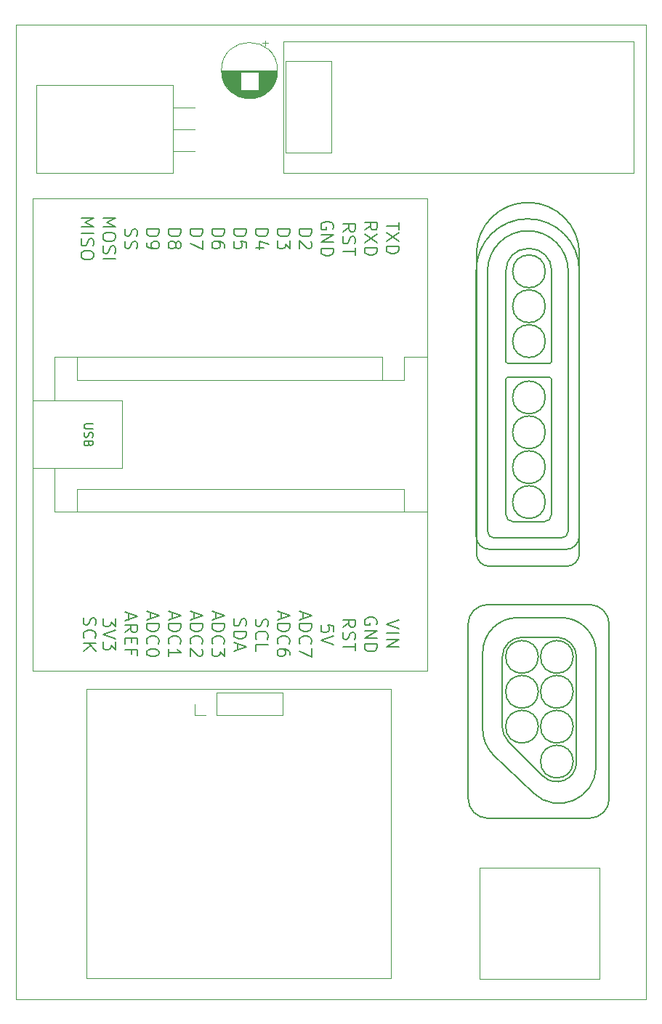
<source format=gbr>
%TF.GenerationSoftware,KiCad,Pcbnew,8.0.2*%
%TF.CreationDate,2024-05-14T18:44:45+02:00*%
%TF.ProjectId,5v radio,35762072-6164-4696-9f2e-6b696361645f,rev?*%
%TF.SameCoordinates,Original*%
%TF.FileFunction,Legend,Top*%
%TF.FilePolarity,Positive*%
%FSLAX46Y46*%
G04 Gerber Fmt 4.6, Leading zero omitted, Abs format (unit mm)*
G04 Created by KiCad (PCBNEW 8.0.2) date 2024-05-14 18:44:45*
%MOMM*%
%LPD*%
G01*
G04 APERTURE LIST*
%ADD10C,0.100000*%
%ADD11C,0.150000*%
%ADD12C,0.120000*%
%ADD13C,0.203200*%
%ADD14C,0.127000*%
G04 APERTURE END LIST*
D10*
X98806000Y-27178000D02*
X172212000Y-27178000D01*
X172212000Y-140716000D01*
X98806000Y-140716000D01*
X98806000Y-27178000D01*
D11*
X143423371Y-96563112D02*
X141923371Y-97063112D01*
X141923371Y-97063112D02*
X143423371Y-97563112D01*
X141923371Y-98063111D02*
X143423371Y-98063111D01*
X141923371Y-98777397D02*
X143423371Y-98777397D01*
X143423371Y-98777397D02*
X141923371Y-99634540D01*
X141923371Y-99634540D02*
X143423371Y-99634540D01*
X140811942Y-97063112D02*
X140883371Y-96920255D01*
X140883371Y-96920255D02*
X140883371Y-96705969D01*
X140883371Y-96705969D02*
X140811942Y-96491683D01*
X140811942Y-96491683D02*
X140669085Y-96348826D01*
X140669085Y-96348826D02*
X140526228Y-96277397D01*
X140526228Y-96277397D02*
X140240514Y-96205969D01*
X140240514Y-96205969D02*
X140026228Y-96205969D01*
X140026228Y-96205969D02*
X139740514Y-96277397D01*
X139740514Y-96277397D02*
X139597657Y-96348826D01*
X139597657Y-96348826D02*
X139454800Y-96491683D01*
X139454800Y-96491683D02*
X139383371Y-96705969D01*
X139383371Y-96705969D02*
X139383371Y-96848826D01*
X139383371Y-96848826D02*
X139454800Y-97063112D01*
X139454800Y-97063112D02*
X139526228Y-97134540D01*
X139526228Y-97134540D02*
X140026228Y-97134540D01*
X140026228Y-97134540D02*
X140026228Y-96848826D01*
X139383371Y-97777397D02*
X140883371Y-97777397D01*
X140883371Y-97777397D02*
X139383371Y-98634540D01*
X139383371Y-98634540D02*
X140883371Y-98634540D01*
X139383371Y-99348826D02*
X140883371Y-99348826D01*
X140883371Y-99348826D02*
X140883371Y-99705969D01*
X140883371Y-99705969D02*
X140811942Y-99920255D01*
X140811942Y-99920255D02*
X140669085Y-100063112D01*
X140669085Y-100063112D02*
X140526228Y-100134541D01*
X140526228Y-100134541D02*
X140240514Y-100205969D01*
X140240514Y-100205969D02*
X140026228Y-100205969D01*
X140026228Y-100205969D02*
X139740514Y-100134541D01*
X139740514Y-100134541D02*
X139597657Y-100063112D01*
X139597657Y-100063112D02*
X139454800Y-99920255D01*
X139454800Y-99920255D02*
X139383371Y-99705969D01*
X139383371Y-99705969D02*
X139383371Y-99348826D01*
X122031942Y-95634541D02*
X122031942Y-96348827D01*
X121603371Y-95491684D02*
X123103371Y-95991684D01*
X123103371Y-95991684D02*
X121603371Y-96491684D01*
X121603371Y-96991683D02*
X123103371Y-96991683D01*
X123103371Y-96991683D02*
X123103371Y-97348826D01*
X123103371Y-97348826D02*
X123031942Y-97563112D01*
X123031942Y-97563112D02*
X122889085Y-97705969D01*
X122889085Y-97705969D02*
X122746228Y-97777398D01*
X122746228Y-97777398D02*
X122460514Y-97848826D01*
X122460514Y-97848826D02*
X122246228Y-97848826D01*
X122246228Y-97848826D02*
X121960514Y-97777398D01*
X121960514Y-97777398D02*
X121817657Y-97705969D01*
X121817657Y-97705969D02*
X121674800Y-97563112D01*
X121674800Y-97563112D02*
X121603371Y-97348826D01*
X121603371Y-97348826D02*
X121603371Y-96991683D01*
X121746228Y-99348826D02*
X121674800Y-99277398D01*
X121674800Y-99277398D02*
X121603371Y-99063112D01*
X121603371Y-99063112D02*
X121603371Y-98920255D01*
X121603371Y-98920255D02*
X121674800Y-98705969D01*
X121674800Y-98705969D02*
X121817657Y-98563112D01*
X121817657Y-98563112D02*
X121960514Y-98491683D01*
X121960514Y-98491683D02*
X122246228Y-98420255D01*
X122246228Y-98420255D02*
X122460514Y-98420255D01*
X122460514Y-98420255D02*
X122746228Y-98491683D01*
X122746228Y-98491683D02*
X122889085Y-98563112D01*
X122889085Y-98563112D02*
X123031942Y-98705969D01*
X123031942Y-98705969D02*
X123103371Y-98920255D01*
X123103371Y-98920255D02*
X123103371Y-99063112D01*
X123103371Y-99063112D02*
X123031942Y-99277398D01*
X123031942Y-99277398D02*
X122960514Y-99348826D01*
X123103371Y-99848826D02*
X123103371Y-100777398D01*
X123103371Y-100777398D02*
X122531942Y-100277398D01*
X122531942Y-100277398D02*
X122531942Y-100491683D01*
X122531942Y-100491683D02*
X122460514Y-100634541D01*
X122460514Y-100634541D02*
X122389085Y-100705969D01*
X122389085Y-100705969D02*
X122246228Y-100777398D01*
X122246228Y-100777398D02*
X121889085Y-100777398D01*
X121889085Y-100777398D02*
X121746228Y-100705969D01*
X121746228Y-100705969D02*
X121674800Y-100634541D01*
X121674800Y-100634541D02*
X121603371Y-100491683D01*
X121603371Y-100491683D02*
X121603371Y-100063112D01*
X121603371Y-100063112D02*
X121674800Y-99920255D01*
X121674800Y-99920255D02*
X121746228Y-99848826D01*
X129223371Y-51001969D02*
X130723371Y-51001969D01*
X130723371Y-51001969D02*
X130723371Y-51359112D01*
X130723371Y-51359112D02*
X130651942Y-51573398D01*
X130651942Y-51573398D02*
X130509085Y-51716255D01*
X130509085Y-51716255D02*
X130366228Y-51787684D01*
X130366228Y-51787684D02*
X130080514Y-51859112D01*
X130080514Y-51859112D02*
X129866228Y-51859112D01*
X129866228Y-51859112D02*
X129580514Y-51787684D01*
X129580514Y-51787684D02*
X129437657Y-51716255D01*
X129437657Y-51716255D02*
X129294800Y-51573398D01*
X129294800Y-51573398D02*
X129223371Y-51359112D01*
X129223371Y-51359112D02*
X129223371Y-51001969D01*
X130723371Y-52359112D02*
X130723371Y-53287684D01*
X130723371Y-53287684D02*
X130151942Y-52787684D01*
X130151942Y-52787684D02*
X130151942Y-53001969D01*
X130151942Y-53001969D02*
X130080514Y-53144827D01*
X130080514Y-53144827D02*
X130009085Y-53216255D01*
X130009085Y-53216255D02*
X129866228Y-53287684D01*
X129866228Y-53287684D02*
X129509085Y-53287684D01*
X129509085Y-53287684D02*
X129366228Y-53216255D01*
X129366228Y-53216255D02*
X129294800Y-53144827D01*
X129294800Y-53144827D02*
X129223371Y-53001969D01*
X129223371Y-53001969D02*
X129223371Y-52573398D01*
X129223371Y-52573398D02*
X129294800Y-52430541D01*
X129294800Y-52430541D02*
X129366228Y-52359112D01*
X136843371Y-97384540D02*
X137557657Y-96884540D01*
X136843371Y-96527397D02*
X138343371Y-96527397D01*
X138343371Y-96527397D02*
X138343371Y-97098826D01*
X138343371Y-97098826D02*
X138271942Y-97241683D01*
X138271942Y-97241683D02*
X138200514Y-97313112D01*
X138200514Y-97313112D02*
X138057657Y-97384540D01*
X138057657Y-97384540D02*
X137843371Y-97384540D01*
X137843371Y-97384540D02*
X137700514Y-97313112D01*
X137700514Y-97313112D02*
X137629085Y-97241683D01*
X137629085Y-97241683D02*
X137557657Y-97098826D01*
X137557657Y-97098826D02*
X137557657Y-96527397D01*
X136914800Y-97955969D02*
X136843371Y-98170255D01*
X136843371Y-98170255D02*
X136843371Y-98527397D01*
X136843371Y-98527397D02*
X136914800Y-98670255D01*
X136914800Y-98670255D02*
X136986228Y-98741683D01*
X136986228Y-98741683D02*
X137129085Y-98813112D01*
X137129085Y-98813112D02*
X137271942Y-98813112D01*
X137271942Y-98813112D02*
X137414800Y-98741683D01*
X137414800Y-98741683D02*
X137486228Y-98670255D01*
X137486228Y-98670255D02*
X137557657Y-98527397D01*
X137557657Y-98527397D02*
X137629085Y-98241683D01*
X137629085Y-98241683D02*
X137700514Y-98098826D01*
X137700514Y-98098826D02*
X137771942Y-98027397D01*
X137771942Y-98027397D02*
X137914800Y-97955969D01*
X137914800Y-97955969D02*
X138057657Y-97955969D01*
X138057657Y-97955969D02*
X138200514Y-98027397D01*
X138200514Y-98027397D02*
X138271942Y-98098826D01*
X138271942Y-98098826D02*
X138343371Y-98241683D01*
X138343371Y-98241683D02*
X138343371Y-98598826D01*
X138343371Y-98598826D02*
X138271942Y-98813112D01*
X138343371Y-99241683D02*
X138343371Y-100098826D01*
X136843371Y-99670254D02*
X138343371Y-99670254D01*
X114411942Y-95634541D02*
X114411942Y-96348827D01*
X113983371Y-95491684D02*
X115483371Y-95991684D01*
X115483371Y-95991684D02*
X113983371Y-96491684D01*
X113983371Y-96991683D02*
X115483371Y-96991683D01*
X115483371Y-96991683D02*
X115483371Y-97348826D01*
X115483371Y-97348826D02*
X115411942Y-97563112D01*
X115411942Y-97563112D02*
X115269085Y-97705969D01*
X115269085Y-97705969D02*
X115126228Y-97777398D01*
X115126228Y-97777398D02*
X114840514Y-97848826D01*
X114840514Y-97848826D02*
X114626228Y-97848826D01*
X114626228Y-97848826D02*
X114340514Y-97777398D01*
X114340514Y-97777398D02*
X114197657Y-97705969D01*
X114197657Y-97705969D02*
X114054800Y-97563112D01*
X114054800Y-97563112D02*
X113983371Y-97348826D01*
X113983371Y-97348826D02*
X113983371Y-96991683D01*
X114126228Y-99348826D02*
X114054800Y-99277398D01*
X114054800Y-99277398D02*
X113983371Y-99063112D01*
X113983371Y-99063112D02*
X113983371Y-98920255D01*
X113983371Y-98920255D02*
X114054800Y-98705969D01*
X114054800Y-98705969D02*
X114197657Y-98563112D01*
X114197657Y-98563112D02*
X114340514Y-98491683D01*
X114340514Y-98491683D02*
X114626228Y-98420255D01*
X114626228Y-98420255D02*
X114840514Y-98420255D01*
X114840514Y-98420255D02*
X115126228Y-98491683D01*
X115126228Y-98491683D02*
X115269085Y-98563112D01*
X115269085Y-98563112D02*
X115411942Y-98705969D01*
X115411942Y-98705969D02*
X115483371Y-98920255D01*
X115483371Y-98920255D02*
X115483371Y-99063112D01*
X115483371Y-99063112D02*
X115411942Y-99277398D01*
X115411942Y-99277398D02*
X115340514Y-99348826D01*
X115483371Y-100277398D02*
X115483371Y-100420255D01*
X115483371Y-100420255D02*
X115411942Y-100563112D01*
X115411942Y-100563112D02*
X115340514Y-100634541D01*
X115340514Y-100634541D02*
X115197657Y-100705969D01*
X115197657Y-100705969D02*
X114911942Y-100777398D01*
X114911942Y-100777398D02*
X114554800Y-100777398D01*
X114554800Y-100777398D02*
X114269085Y-100705969D01*
X114269085Y-100705969D02*
X114126228Y-100634541D01*
X114126228Y-100634541D02*
X114054800Y-100563112D01*
X114054800Y-100563112D02*
X113983371Y-100420255D01*
X113983371Y-100420255D02*
X113983371Y-100277398D01*
X113983371Y-100277398D02*
X114054800Y-100134541D01*
X114054800Y-100134541D02*
X114126228Y-100063112D01*
X114126228Y-100063112D02*
X114269085Y-99991683D01*
X114269085Y-99991683D02*
X114554800Y-99920255D01*
X114554800Y-99920255D02*
X114911942Y-99920255D01*
X114911942Y-99920255D02*
X115197657Y-99991683D01*
X115197657Y-99991683D02*
X115340514Y-100063112D01*
X115340514Y-100063112D02*
X115411942Y-100134541D01*
X115411942Y-100134541D02*
X115483371Y-100277398D01*
X143423371Y-50216255D02*
X143423371Y-51073398D01*
X141923371Y-50644826D02*
X143423371Y-50644826D01*
X143423371Y-51430540D02*
X141923371Y-52430540D01*
X143423371Y-52430540D02*
X141923371Y-51430540D01*
X141923371Y-53001968D02*
X143423371Y-53001968D01*
X143423371Y-53001968D02*
X143423371Y-53359111D01*
X143423371Y-53359111D02*
X143351942Y-53573397D01*
X143351942Y-53573397D02*
X143209085Y-53716254D01*
X143209085Y-53716254D02*
X143066228Y-53787683D01*
X143066228Y-53787683D02*
X142780514Y-53859111D01*
X142780514Y-53859111D02*
X142566228Y-53859111D01*
X142566228Y-53859111D02*
X142280514Y-53787683D01*
X142280514Y-53787683D02*
X142137657Y-53716254D01*
X142137657Y-53716254D02*
X141994800Y-53573397D01*
X141994800Y-53573397D02*
X141923371Y-53359111D01*
X141923371Y-53359111D02*
X141923371Y-53001968D01*
X106688800Y-96277398D02*
X106617371Y-96491684D01*
X106617371Y-96491684D02*
X106617371Y-96848826D01*
X106617371Y-96848826D02*
X106688800Y-96991684D01*
X106688800Y-96991684D02*
X106760228Y-97063112D01*
X106760228Y-97063112D02*
X106903085Y-97134541D01*
X106903085Y-97134541D02*
X107045942Y-97134541D01*
X107045942Y-97134541D02*
X107188800Y-97063112D01*
X107188800Y-97063112D02*
X107260228Y-96991684D01*
X107260228Y-96991684D02*
X107331657Y-96848826D01*
X107331657Y-96848826D02*
X107403085Y-96563112D01*
X107403085Y-96563112D02*
X107474514Y-96420255D01*
X107474514Y-96420255D02*
X107545942Y-96348826D01*
X107545942Y-96348826D02*
X107688800Y-96277398D01*
X107688800Y-96277398D02*
X107831657Y-96277398D01*
X107831657Y-96277398D02*
X107974514Y-96348826D01*
X107974514Y-96348826D02*
X108045942Y-96420255D01*
X108045942Y-96420255D02*
X108117371Y-96563112D01*
X108117371Y-96563112D02*
X108117371Y-96920255D01*
X108117371Y-96920255D02*
X108045942Y-97134541D01*
X106760228Y-98634540D02*
X106688800Y-98563112D01*
X106688800Y-98563112D02*
X106617371Y-98348826D01*
X106617371Y-98348826D02*
X106617371Y-98205969D01*
X106617371Y-98205969D02*
X106688800Y-97991683D01*
X106688800Y-97991683D02*
X106831657Y-97848826D01*
X106831657Y-97848826D02*
X106974514Y-97777397D01*
X106974514Y-97777397D02*
X107260228Y-97705969D01*
X107260228Y-97705969D02*
X107474514Y-97705969D01*
X107474514Y-97705969D02*
X107760228Y-97777397D01*
X107760228Y-97777397D02*
X107903085Y-97848826D01*
X107903085Y-97848826D02*
X108045942Y-97991683D01*
X108045942Y-97991683D02*
X108117371Y-98205969D01*
X108117371Y-98205969D02*
X108117371Y-98348826D01*
X108117371Y-98348826D02*
X108045942Y-98563112D01*
X108045942Y-98563112D02*
X107974514Y-98634540D01*
X106617371Y-99277397D02*
X108117371Y-99277397D01*
X106617371Y-100134540D02*
X107474514Y-99491683D01*
X108117371Y-100134540D02*
X107260228Y-99277397D01*
X126683371Y-51001969D02*
X128183371Y-51001969D01*
X128183371Y-51001969D02*
X128183371Y-51359112D01*
X128183371Y-51359112D02*
X128111942Y-51573398D01*
X128111942Y-51573398D02*
X127969085Y-51716255D01*
X127969085Y-51716255D02*
X127826228Y-51787684D01*
X127826228Y-51787684D02*
X127540514Y-51859112D01*
X127540514Y-51859112D02*
X127326228Y-51859112D01*
X127326228Y-51859112D02*
X127040514Y-51787684D01*
X127040514Y-51787684D02*
X126897657Y-51716255D01*
X126897657Y-51716255D02*
X126754800Y-51573398D01*
X126754800Y-51573398D02*
X126683371Y-51359112D01*
X126683371Y-51359112D02*
X126683371Y-51001969D01*
X127683371Y-53144827D02*
X126683371Y-53144827D01*
X128254800Y-52787684D02*
X127183371Y-52430541D01*
X127183371Y-52430541D02*
X127183371Y-53359112D01*
X126754800Y-96420255D02*
X126683371Y-96634541D01*
X126683371Y-96634541D02*
X126683371Y-96991683D01*
X126683371Y-96991683D02*
X126754800Y-97134541D01*
X126754800Y-97134541D02*
X126826228Y-97205969D01*
X126826228Y-97205969D02*
X126969085Y-97277398D01*
X126969085Y-97277398D02*
X127111942Y-97277398D01*
X127111942Y-97277398D02*
X127254800Y-97205969D01*
X127254800Y-97205969D02*
X127326228Y-97134541D01*
X127326228Y-97134541D02*
X127397657Y-96991683D01*
X127397657Y-96991683D02*
X127469085Y-96705969D01*
X127469085Y-96705969D02*
X127540514Y-96563112D01*
X127540514Y-96563112D02*
X127611942Y-96491683D01*
X127611942Y-96491683D02*
X127754800Y-96420255D01*
X127754800Y-96420255D02*
X127897657Y-96420255D01*
X127897657Y-96420255D02*
X128040514Y-96491683D01*
X128040514Y-96491683D02*
X128111942Y-96563112D01*
X128111942Y-96563112D02*
X128183371Y-96705969D01*
X128183371Y-96705969D02*
X128183371Y-97063112D01*
X128183371Y-97063112D02*
X128111942Y-97277398D01*
X126826228Y-98777397D02*
X126754800Y-98705969D01*
X126754800Y-98705969D02*
X126683371Y-98491683D01*
X126683371Y-98491683D02*
X126683371Y-98348826D01*
X126683371Y-98348826D02*
X126754800Y-98134540D01*
X126754800Y-98134540D02*
X126897657Y-97991683D01*
X126897657Y-97991683D02*
X127040514Y-97920254D01*
X127040514Y-97920254D02*
X127326228Y-97848826D01*
X127326228Y-97848826D02*
X127540514Y-97848826D01*
X127540514Y-97848826D02*
X127826228Y-97920254D01*
X127826228Y-97920254D02*
X127969085Y-97991683D01*
X127969085Y-97991683D02*
X128111942Y-98134540D01*
X128111942Y-98134540D02*
X128183371Y-98348826D01*
X128183371Y-98348826D02*
X128183371Y-98491683D01*
X128183371Y-98491683D02*
X128111942Y-98705969D01*
X128111942Y-98705969D02*
X128040514Y-98777397D01*
X126683371Y-100134540D02*
X126683371Y-99420254D01*
X126683371Y-99420254D02*
X128183371Y-99420254D01*
X124214800Y-96384541D02*
X124143371Y-96598827D01*
X124143371Y-96598827D02*
X124143371Y-96955969D01*
X124143371Y-96955969D02*
X124214800Y-97098827D01*
X124214800Y-97098827D02*
X124286228Y-97170255D01*
X124286228Y-97170255D02*
X124429085Y-97241684D01*
X124429085Y-97241684D02*
X124571942Y-97241684D01*
X124571942Y-97241684D02*
X124714800Y-97170255D01*
X124714800Y-97170255D02*
X124786228Y-97098827D01*
X124786228Y-97098827D02*
X124857657Y-96955969D01*
X124857657Y-96955969D02*
X124929085Y-96670255D01*
X124929085Y-96670255D02*
X125000514Y-96527398D01*
X125000514Y-96527398D02*
X125071942Y-96455969D01*
X125071942Y-96455969D02*
X125214800Y-96384541D01*
X125214800Y-96384541D02*
X125357657Y-96384541D01*
X125357657Y-96384541D02*
X125500514Y-96455969D01*
X125500514Y-96455969D02*
X125571942Y-96527398D01*
X125571942Y-96527398D02*
X125643371Y-96670255D01*
X125643371Y-96670255D02*
X125643371Y-97027398D01*
X125643371Y-97027398D02*
X125571942Y-97241684D01*
X124143371Y-97884540D02*
X125643371Y-97884540D01*
X125643371Y-97884540D02*
X125643371Y-98241683D01*
X125643371Y-98241683D02*
X125571942Y-98455969D01*
X125571942Y-98455969D02*
X125429085Y-98598826D01*
X125429085Y-98598826D02*
X125286228Y-98670255D01*
X125286228Y-98670255D02*
X125000514Y-98741683D01*
X125000514Y-98741683D02*
X124786228Y-98741683D01*
X124786228Y-98741683D02*
X124500514Y-98670255D01*
X124500514Y-98670255D02*
X124357657Y-98598826D01*
X124357657Y-98598826D02*
X124214800Y-98455969D01*
X124214800Y-98455969D02*
X124143371Y-98241683D01*
X124143371Y-98241683D02*
X124143371Y-97884540D01*
X124571942Y-99313112D02*
X124571942Y-100027398D01*
X124143371Y-99170255D02*
X125643371Y-99670255D01*
X125643371Y-99670255D02*
X124143371Y-100170255D01*
X135803371Y-97920255D02*
X135803371Y-97205969D01*
X135803371Y-97205969D02*
X135089085Y-97134541D01*
X135089085Y-97134541D02*
X135160514Y-97205969D01*
X135160514Y-97205969D02*
X135231942Y-97348827D01*
X135231942Y-97348827D02*
X135231942Y-97705969D01*
X135231942Y-97705969D02*
X135160514Y-97848827D01*
X135160514Y-97848827D02*
X135089085Y-97920255D01*
X135089085Y-97920255D02*
X134946228Y-97991684D01*
X134946228Y-97991684D02*
X134589085Y-97991684D01*
X134589085Y-97991684D02*
X134446228Y-97920255D01*
X134446228Y-97920255D02*
X134374800Y-97848827D01*
X134374800Y-97848827D02*
X134303371Y-97705969D01*
X134303371Y-97705969D02*
X134303371Y-97348827D01*
X134303371Y-97348827D02*
X134374800Y-97205969D01*
X134374800Y-97205969D02*
X134446228Y-97134541D01*
X135803371Y-98420255D02*
X134303371Y-98920255D01*
X134303371Y-98920255D02*
X135803371Y-99420255D01*
X135731942Y-50966255D02*
X135803371Y-50823398D01*
X135803371Y-50823398D02*
X135803371Y-50609112D01*
X135803371Y-50609112D02*
X135731942Y-50394826D01*
X135731942Y-50394826D02*
X135589085Y-50251969D01*
X135589085Y-50251969D02*
X135446228Y-50180540D01*
X135446228Y-50180540D02*
X135160514Y-50109112D01*
X135160514Y-50109112D02*
X134946228Y-50109112D01*
X134946228Y-50109112D02*
X134660514Y-50180540D01*
X134660514Y-50180540D02*
X134517657Y-50251969D01*
X134517657Y-50251969D02*
X134374800Y-50394826D01*
X134374800Y-50394826D02*
X134303371Y-50609112D01*
X134303371Y-50609112D02*
X134303371Y-50751969D01*
X134303371Y-50751969D02*
X134374800Y-50966255D01*
X134374800Y-50966255D02*
X134446228Y-51037683D01*
X134446228Y-51037683D02*
X134946228Y-51037683D01*
X134946228Y-51037683D02*
X134946228Y-50751969D01*
X134303371Y-51680540D02*
X135803371Y-51680540D01*
X135803371Y-51680540D02*
X134303371Y-52537683D01*
X134303371Y-52537683D02*
X135803371Y-52537683D01*
X134303371Y-53251969D02*
X135803371Y-53251969D01*
X135803371Y-53251969D02*
X135803371Y-53609112D01*
X135803371Y-53609112D02*
X135731942Y-53823398D01*
X135731942Y-53823398D02*
X135589085Y-53966255D01*
X135589085Y-53966255D02*
X135446228Y-54037684D01*
X135446228Y-54037684D02*
X135160514Y-54109112D01*
X135160514Y-54109112D02*
X134946228Y-54109112D01*
X134946228Y-54109112D02*
X134660514Y-54037684D01*
X134660514Y-54037684D02*
X134517657Y-53966255D01*
X134517657Y-53966255D02*
X134374800Y-53823398D01*
X134374800Y-53823398D02*
X134303371Y-53609112D01*
X134303371Y-53609112D02*
X134303371Y-53251969D01*
X116523371Y-51001969D02*
X118023371Y-51001969D01*
X118023371Y-51001969D02*
X118023371Y-51359112D01*
X118023371Y-51359112D02*
X117951942Y-51573398D01*
X117951942Y-51573398D02*
X117809085Y-51716255D01*
X117809085Y-51716255D02*
X117666228Y-51787684D01*
X117666228Y-51787684D02*
X117380514Y-51859112D01*
X117380514Y-51859112D02*
X117166228Y-51859112D01*
X117166228Y-51859112D02*
X116880514Y-51787684D01*
X116880514Y-51787684D02*
X116737657Y-51716255D01*
X116737657Y-51716255D02*
X116594800Y-51573398D01*
X116594800Y-51573398D02*
X116523371Y-51359112D01*
X116523371Y-51359112D02*
X116523371Y-51001969D01*
X117380514Y-52716255D02*
X117451942Y-52573398D01*
X117451942Y-52573398D02*
X117523371Y-52501969D01*
X117523371Y-52501969D02*
X117666228Y-52430541D01*
X117666228Y-52430541D02*
X117737657Y-52430541D01*
X117737657Y-52430541D02*
X117880514Y-52501969D01*
X117880514Y-52501969D02*
X117951942Y-52573398D01*
X117951942Y-52573398D02*
X118023371Y-52716255D01*
X118023371Y-52716255D02*
X118023371Y-53001969D01*
X118023371Y-53001969D02*
X117951942Y-53144827D01*
X117951942Y-53144827D02*
X117880514Y-53216255D01*
X117880514Y-53216255D02*
X117737657Y-53287684D01*
X117737657Y-53287684D02*
X117666228Y-53287684D01*
X117666228Y-53287684D02*
X117523371Y-53216255D01*
X117523371Y-53216255D02*
X117451942Y-53144827D01*
X117451942Y-53144827D02*
X117380514Y-53001969D01*
X117380514Y-53001969D02*
X117380514Y-52716255D01*
X117380514Y-52716255D02*
X117309085Y-52573398D01*
X117309085Y-52573398D02*
X117237657Y-52501969D01*
X117237657Y-52501969D02*
X117094800Y-52430541D01*
X117094800Y-52430541D02*
X116809085Y-52430541D01*
X116809085Y-52430541D02*
X116666228Y-52501969D01*
X116666228Y-52501969D02*
X116594800Y-52573398D01*
X116594800Y-52573398D02*
X116523371Y-52716255D01*
X116523371Y-52716255D02*
X116523371Y-53001969D01*
X116523371Y-53001969D02*
X116594800Y-53144827D01*
X116594800Y-53144827D02*
X116666228Y-53216255D01*
X116666228Y-53216255D02*
X116809085Y-53287684D01*
X116809085Y-53287684D02*
X117094800Y-53287684D01*
X117094800Y-53287684D02*
X117237657Y-53216255D01*
X117237657Y-53216255D02*
X117309085Y-53144827D01*
X117309085Y-53144827D02*
X117380514Y-53001969D01*
X110403371Y-96348826D02*
X110403371Y-97277398D01*
X110403371Y-97277398D02*
X109831942Y-96777398D01*
X109831942Y-96777398D02*
X109831942Y-96991683D01*
X109831942Y-96991683D02*
X109760514Y-97134541D01*
X109760514Y-97134541D02*
X109689085Y-97205969D01*
X109689085Y-97205969D02*
X109546228Y-97277398D01*
X109546228Y-97277398D02*
X109189085Y-97277398D01*
X109189085Y-97277398D02*
X109046228Y-97205969D01*
X109046228Y-97205969D02*
X108974800Y-97134541D01*
X108974800Y-97134541D02*
X108903371Y-96991683D01*
X108903371Y-96991683D02*
X108903371Y-96563112D01*
X108903371Y-96563112D02*
X108974800Y-96420255D01*
X108974800Y-96420255D02*
X109046228Y-96348826D01*
X110403371Y-97705969D02*
X108903371Y-98205969D01*
X108903371Y-98205969D02*
X110403371Y-98705969D01*
X110403371Y-99063111D02*
X110403371Y-99991683D01*
X110403371Y-99991683D02*
X109831942Y-99491683D01*
X109831942Y-99491683D02*
X109831942Y-99705968D01*
X109831942Y-99705968D02*
X109760514Y-99848826D01*
X109760514Y-99848826D02*
X109689085Y-99920254D01*
X109689085Y-99920254D02*
X109546228Y-99991683D01*
X109546228Y-99991683D02*
X109189085Y-99991683D01*
X109189085Y-99991683D02*
X109046228Y-99920254D01*
X109046228Y-99920254D02*
X108974800Y-99848826D01*
X108974800Y-99848826D02*
X108903371Y-99705968D01*
X108903371Y-99705968D02*
X108903371Y-99277397D01*
X108903371Y-99277397D02*
X108974800Y-99134540D01*
X108974800Y-99134540D02*
X109046228Y-99063111D01*
X129651942Y-95634541D02*
X129651942Y-96348827D01*
X129223371Y-95491684D02*
X130723371Y-95991684D01*
X130723371Y-95991684D02*
X129223371Y-96491684D01*
X129223371Y-96991683D02*
X130723371Y-96991683D01*
X130723371Y-96991683D02*
X130723371Y-97348826D01*
X130723371Y-97348826D02*
X130651942Y-97563112D01*
X130651942Y-97563112D02*
X130509085Y-97705969D01*
X130509085Y-97705969D02*
X130366228Y-97777398D01*
X130366228Y-97777398D02*
X130080514Y-97848826D01*
X130080514Y-97848826D02*
X129866228Y-97848826D01*
X129866228Y-97848826D02*
X129580514Y-97777398D01*
X129580514Y-97777398D02*
X129437657Y-97705969D01*
X129437657Y-97705969D02*
X129294800Y-97563112D01*
X129294800Y-97563112D02*
X129223371Y-97348826D01*
X129223371Y-97348826D02*
X129223371Y-96991683D01*
X129366228Y-99348826D02*
X129294800Y-99277398D01*
X129294800Y-99277398D02*
X129223371Y-99063112D01*
X129223371Y-99063112D02*
X129223371Y-98920255D01*
X129223371Y-98920255D02*
X129294800Y-98705969D01*
X129294800Y-98705969D02*
X129437657Y-98563112D01*
X129437657Y-98563112D02*
X129580514Y-98491683D01*
X129580514Y-98491683D02*
X129866228Y-98420255D01*
X129866228Y-98420255D02*
X130080514Y-98420255D01*
X130080514Y-98420255D02*
X130366228Y-98491683D01*
X130366228Y-98491683D02*
X130509085Y-98563112D01*
X130509085Y-98563112D02*
X130651942Y-98705969D01*
X130651942Y-98705969D02*
X130723371Y-98920255D01*
X130723371Y-98920255D02*
X130723371Y-99063112D01*
X130723371Y-99063112D02*
X130651942Y-99277398D01*
X130651942Y-99277398D02*
X130580514Y-99348826D01*
X130723371Y-100634541D02*
X130723371Y-100348826D01*
X130723371Y-100348826D02*
X130651942Y-100205969D01*
X130651942Y-100205969D02*
X130580514Y-100134541D01*
X130580514Y-100134541D02*
X130366228Y-99991683D01*
X130366228Y-99991683D02*
X130080514Y-99920255D01*
X130080514Y-99920255D02*
X129509085Y-99920255D01*
X129509085Y-99920255D02*
X129366228Y-99991683D01*
X129366228Y-99991683D02*
X129294800Y-100063112D01*
X129294800Y-100063112D02*
X129223371Y-100205969D01*
X129223371Y-100205969D02*
X129223371Y-100491683D01*
X129223371Y-100491683D02*
X129294800Y-100634541D01*
X129294800Y-100634541D02*
X129366228Y-100705969D01*
X129366228Y-100705969D02*
X129509085Y-100777398D01*
X129509085Y-100777398D02*
X129866228Y-100777398D01*
X129866228Y-100777398D02*
X130009085Y-100705969D01*
X130009085Y-100705969D02*
X130080514Y-100634541D01*
X130080514Y-100634541D02*
X130151942Y-100491683D01*
X130151942Y-100491683D02*
X130151942Y-100205969D01*
X130151942Y-100205969D02*
X130080514Y-100063112D01*
X130080514Y-100063112D02*
X130009085Y-99991683D01*
X130009085Y-99991683D02*
X129866228Y-99920255D01*
X121603371Y-51001969D02*
X123103371Y-51001969D01*
X123103371Y-51001969D02*
X123103371Y-51359112D01*
X123103371Y-51359112D02*
X123031942Y-51573398D01*
X123031942Y-51573398D02*
X122889085Y-51716255D01*
X122889085Y-51716255D02*
X122746228Y-51787684D01*
X122746228Y-51787684D02*
X122460514Y-51859112D01*
X122460514Y-51859112D02*
X122246228Y-51859112D01*
X122246228Y-51859112D02*
X121960514Y-51787684D01*
X121960514Y-51787684D02*
X121817657Y-51716255D01*
X121817657Y-51716255D02*
X121674800Y-51573398D01*
X121674800Y-51573398D02*
X121603371Y-51359112D01*
X121603371Y-51359112D02*
X121603371Y-51001969D01*
X123103371Y-53144827D02*
X123103371Y-52859112D01*
X123103371Y-52859112D02*
X123031942Y-52716255D01*
X123031942Y-52716255D02*
X122960514Y-52644827D01*
X122960514Y-52644827D02*
X122746228Y-52501969D01*
X122746228Y-52501969D02*
X122460514Y-52430541D01*
X122460514Y-52430541D02*
X121889085Y-52430541D01*
X121889085Y-52430541D02*
X121746228Y-52501969D01*
X121746228Y-52501969D02*
X121674800Y-52573398D01*
X121674800Y-52573398D02*
X121603371Y-52716255D01*
X121603371Y-52716255D02*
X121603371Y-53001969D01*
X121603371Y-53001969D02*
X121674800Y-53144827D01*
X121674800Y-53144827D02*
X121746228Y-53216255D01*
X121746228Y-53216255D02*
X121889085Y-53287684D01*
X121889085Y-53287684D02*
X122246228Y-53287684D01*
X122246228Y-53287684D02*
X122389085Y-53216255D01*
X122389085Y-53216255D02*
X122460514Y-53144827D01*
X122460514Y-53144827D02*
X122531942Y-53001969D01*
X122531942Y-53001969D02*
X122531942Y-52716255D01*
X122531942Y-52716255D02*
X122460514Y-52573398D01*
X122460514Y-52573398D02*
X122389085Y-52501969D01*
X122389085Y-52501969D02*
X122246228Y-52430541D01*
X107733180Y-73668095D02*
X106923657Y-73668095D01*
X106923657Y-73668095D02*
X106828419Y-73715714D01*
X106828419Y-73715714D02*
X106780800Y-73763333D01*
X106780800Y-73763333D02*
X106733180Y-73858571D01*
X106733180Y-73858571D02*
X106733180Y-74049047D01*
X106733180Y-74049047D02*
X106780800Y-74144285D01*
X106780800Y-74144285D02*
X106828419Y-74191904D01*
X106828419Y-74191904D02*
X106923657Y-74239523D01*
X106923657Y-74239523D02*
X107733180Y-74239523D01*
X106780800Y-74668095D02*
X106733180Y-74810952D01*
X106733180Y-74810952D02*
X106733180Y-75049047D01*
X106733180Y-75049047D02*
X106780800Y-75144285D01*
X106780800Y-75144285D02*
X106828419Y-75191904D01*
X106828419Y-75191904D02*
X106923657Y-75239523D01*
X106923657Y-75239523D02*
X107018895Y-75239523D01*
X107018895Y-75239523D02*
X107114133Y-75191904D01*
X107114133Y-75191904D02*
X107161752Y-75144285D01*
X107161752Y-75144285D02*
X107209371Y-75049047D01*
X107209371Y-75049047D02*
X107256990Y-74858571D01*
X107256990Y-74858571D02*
X107304609Y-74763333D01*
X107304609Y-74763333D02*
X107352228Y-74715714D01*
X107352228Y-74715714D02*
X107447466Y-74668095D01*
X107447466Y-74668095D02*
X107542704Y-74668095D01*
X107542704Y-74668095D02*
X107637942Y-74715714D01*
X107637942Y-74715714D02*
X107685561Y-74763333D01*
X107685561Y-74763333D02*
X107733180Y-74858571D01*
X107733180Y-74858571D02*
X107733180Y-75096666D01*
X107733180Y-75096666D02*
X107685561Y-75239523D01*
X107256990Y-76001428D02*
X107209371Y-76144285D01*
X107209371Y-76144285D02*
X107161752Y-76191904D01*
X107161752Y-76191904D02*
X107066514Y-76239523D01*
X107066514Y-76239523D02*
X106923657Y-76239523D01*
X106923657Y-76239523D02*
X106828419Y-76191904D01*
X106828419Y-76191904D02*
X106780800Y-76144285D01*
X106780800Y-76144285D02*
X106733180Y-76049047D01*
X106733180Y-76049047D02*
X106733180Y-75668095D01*
X106733180Y-75668095D02*
X107733180Y-75668095D01*
X107733180Y-75668095D02*
X107733180Y-76001428D01*
X107733180Y-76001428D02*
X107685561Y-76096666D01*
X107685561Y-76096666D02*
X107637942Y-76144285D01*
X107637942Y-76144285D02*
X107542704Y-76191904D01*
X107542704Y-76191904D02*
X107447466Y-76191904D01*
X107447466Y-76191904D02*
X107352228Y-76144285D01*
X107352228Y-76144285D02*
X107304609Y-76096666D01*
X107304609Y-76096666D02*
X107256990Y-76001428D01*
X107256990Y-76001428D02*
X107256990Y-75668095D01*
X108903371Y-49751968D02*
X110403371Y-49751968D01*
X110403371Y-49751968D02*
X109331942Y-50251968D01*
X109331942Y-50251968D02*
X110403371Y-50751968D01*
X110403371Y-50751968D02*
X108903371Y-50751968D01*
X110403371Y-51751969D02*
X110403371Y-52037683D01*
X110403371Y-52037683D02*
X110331942Y-52180540D01*
X110331942Y-52180540D02*
X110189085Y-52323397D01*
X110189085Y-52323397D02*
X109903371Y-52394826D01*
X109903371Y-52394826D02*
X109403371Y-52394826D01*
X109403371Y-52394826D02*
X109117657Y-52323397D01*
X109117657Y-52323397D02*
X108974800Y-52180540D01*
X108974800Y-52180540D02*
X108903371Y-52037683D01*
X108903371Y-52037683D02*
X108903371Y-51751969D01*
X108903371Y-51751969D02*
X108974800Y-51609112D01*
X108974800Y-51609112D02*
X109117657Y-51466254D01*
X109117657Y-51466254D02*
X109403371Y-51394826D01*
X109403371Y-51394826D02*
X109903371Y-51394826D01*
X109903371Y-51394826D02*
X110189085Y-51466254D01*
X110189085Y-51466254D02*
X110331942Y-51609112D01*
X110331942Y-51609112D02*
X110403371Y-51751969D01*
X108974800Y-52966255D02*
X108903371Y-53180541D01*
X108903371Y-53180541D02*
X108903371Y-53537683D01*
X108903371Y-53537683D02*
X108974800Y-53680541D01*
X108974800Y-53680541D02*
X109046228Y-53751969D01*
X109046228Y-53751969D02*
X109189085Y-53823398D01*
X109189085Y-53823398D02*
X109331942Y-53823398D01*
X109331942Y-53823398D02*
X109474800Y-53751969D01*
X109474800Y-53751969D02*
X109546228Y-53680541D01*
X109546228Y-53680541D02*
X109617657Y-53537683D01*
X109617657Y-53537683D02*
X109689085Y-53251969D01*
X109689085Y-53251969D02*
X109760514Y-53109112D01*
X109760514Y-53109112D02*
X109831942Y-53037683D01*
X109831942Y-53037683D02*
X109974800Y-52966255D01*
X109974800Y-52966255D02*
X110117657Y-52966255D01*
X110117657Y-52966255D02*
X110260514Y-53037683D01*
X110260514Y-53037683D02*
X110331942Y-53109112D01*
X110331942Y-53109112D02*
X110403371Y-53251969D01*
X110403371Y-53251969D02*
X110403371Y-53609112D01*
X110403371Y-53609112D02*
X110331942Y-53823398D01*
X108903371Y-54466254D02*
X110403371Y-54466254D01*
X106363371Y-49751968D02*
X107863371Y-49751968D01*
X107863371Y-49751968D02*
X106791942Y-50251968D01*
X106791942Y-50251968D02*
X107863371Y-50751968D01*
X107863371Y-50751968D02*
X106363371Y-50751968D01*
X106363371Y-51466254D02*
X107863371Y-51466254D01*
X106434800Y-52109112D02*
X106363371Y-52323398D01*
X106363371Y-52323398D02*
X106363371Y-52680540D01*
X106363371Y-52680540D02*
X106434800Y-52823398D01*
X106434800Y-52823398D02*
X106506228Y-52894826D01*
X106506228Y-52894826D02*
X106649085Y-52966255D01*
X106649085Y-52966255D02*
X106791942Y-52966255D01*
X106791942Y-52966255D02*
X106934800Y-52894826D01*
X106934800Y-52894826D02*
X107006228Y-52823398D01*
X107006228Y-52823398D02*
X107077657Y-52680540D01*
X107077657Y-52680540D02*
X107149085Y-52394826D01*
X107149085Y-52394826D02*
X107220514Y-52251969D01*
X107220514Y-52251969D02*
X107291942Y-52180540D01*
X107291942Y-52180540D02*
X107434800Y-52109112D01*
X107434800Y-52109112D02*
X107577657Y-52109112D01*
X107577657Y-52109112D02*
X107720514Y-52180540D01*
X107720514Y-52180540D02*
X107791942Y-52251969D01*
X107791942Y-52251969D02*
X107863371Y-52394826D01*
X107863371Y-52394826D02*
X107863371Y-52751969D01*
X107863371Y-52751969D02*
X107791942Y-52966255D01*
X107863371Y-53894826D02*
X107863371Y-54180540D01*
X107863371Y-54180540D02*
X107791942Y-54323397D01*
X107791942Y-54323397D02*
X107649085Y-54466254D01*
X107649085Y-54466254D02*
X107363371Y-54537683D01*
X107363371Y-54537683D02*
X106863371Y-54537683D01*
X106863371Y-54537683D02*
X106577657Y-54466254D01*
X106577657Y-54466254D02*
X106434800Y-54323397D01*
X106434800Y-54323397D02*
X106363371Y-54180540D01*
X106363371Y-54180540D02*
X106363371Y-53894826D01*
X106363371Y-53894826D02*
X106434800Y-53751969D01*
X106434800Y-53751969D02*
X106577657Y-53609111D01*
X106577657Y-53609111D02*
X106863371Y-53537683D01*
X106863371Y-53537683D02*
X107363371Y-53537683D01*
X107363371Y-53537683D02*
X107649085Y-53609111D01*
X107649085Y-53609111D02*
X107791942Y-53751969D01*
X107791942Y-53751969D02*
X107863371Y-53894826D01*
X131763371Y-51001969D02*
X133263371Y-51001969D01*
X133263371Y-51001969D02*
X133263371Y-51359112D01*
X133263371Y-51359112D02*
X133191942Y-51573398D01*
X133191942Y-51573398D02*
X133049085Y-51716255D01*
X133049085Y-51716255D02*
X132906228Y-51787684D01*
X132906228Y-51787684D02*
X132620514Y-51859112D01*
X132620514Y-51859112D02*
X132406228Y-51859112D01*
X132406228Y-51859112D02*
X132120514Y-51787684D01*
X132120514Y-51787684D02*
X131977657Y-51716255D01*
X131977657Y-51716255D02*
X131834800Y-51573398D01*
X131834800Y-51573398D02*
X131763371Y-51359112D01*
X131763371Y-51359112D02*
X131763371Y-51001969D01*
X133120514Y-52430541D02*
X133191942Y-52501969D01*
X133191942Y-52501969D02*
X133263371Y-52644827D01*
X133263371Y-52644827D02*
X133263371Y-53001969D01*
X133263371Y-53001969D02*
X133191942Y-53144827D01*
X133191942Y-53144827D02*
X133120514Y-53216255D01*
X133120514Y-53216255D02*
X132977657Y-53287684D01*
X132977657Y-53287684D02*
X132834800Y-53287684D01*
X132834800Y-53287684D02*
X132620514Y-53216255D01*
X132620514Y-53216255D02*
X131763371Y-52359112D01*
X131763371Y-52359112D02*
X131763371Y-53287684D01*
X119491942Y-95634541D02*
X119491942Y-96348827D01*
X119063371Y-95491684D02*
X120563371Y-95991684D01*
X120563371Y-95991684D02*
X119063371Y-96491684D01*
X119063371Y-96991683D02*
X120563371Y-96991683D01*
X120563371Y-96991683D02*
X120563371Y-97348826D01*
X120563371Y-97348826D02*
X120491942Y-97563112D01*
X120491942Y-97563112D02*
X120349085Y-97705969D01*
X120349085Y-97705969D02*
X120206228Y-97777398D01*
X120206228Y-97777398D02*
X119920514Y-97848826D01*
X119920514Y-97848826D02*
X119706228Y-97848826D01*
X119706228Y-97848826D02*
X119420514Y-97777398D01*
X119420514Y-97777398D02*
X119277657Y-97705969D01*
X119277657Y-97705969D02*
X119134800Y-97563112D01*
X119134800Y-97563112D02*
X119063371Y-97348826D01*
X119063371Y-97348826D02*
X119063371Y-96991683D01*
X119206228Y-99348826D02*
X119134800Y-99277398D01*
X119134800Y-99277398D02*
X119063371Y-99063112D01*
X119063371Y-99063112D02*
X119063371Y-98920255D01*
X119063371Y-98920255D02*
X119134800Y-98705969D01*
X119134800Y-98705969D02*
X119277657Y-98563112D01*
X119277657Y-98563112D02*
X119420514Y-98491683D01*
X119420514Y-98491683D02*
X119706228Y-98420255D01*
X119706228Y-98420255D02*
X119920514Y-98420255D01*
X119920514Y-98420255D02*
X120206228Y-98491683D01*
X120206228Y-98491683D02*
X120349085Y-98563112D01*
X120349085Y-98563112D02*
X120491942Y-98705969D01*
X120491942Y-98705969D02*
X120563371Y-98920255D01*
X120563371Y-98920255D02*
X120563371Y-99063112D01*
X120563371Y-99063112D02*
X120491942Y-99277398D01*
X120491942Y-99277398D02*
X120420514Y-99348826D01*
X120420514Y-99920255D02*
X120491942Y-99991683D01*
X120491942Y-99991683D02*
X120563371Y-100134541D01*
X120563371Y-100134541D02*
X120563371Y-100491683D01*
X120563371Y-100491683D02*
X120491942Y-100634541D01*
X120491942Y-100634541D02*
X120420514Y-100705969D01*
X120420514Y-100705969D02*
X120277657Y-100777398D01*
X120277657Y-100777398D02*
X120134800Y-100777398D01*
X120134800Y-100777398D02*
X119920514Y-100705969D01*
X119920514Y-100705969D02*
X119063371Y-99848826D01*
X119063371Y-99848826D02*
X119063371Y-100777398D01*
X116951942Y-95634541D02*
X116951942Y-96348827D01*
X116523371Y-95491684D02*
X118023371Y-95991684D01*
X118023371Y-95991684D02*
X116523371Y-96491684D01*
X116523371Y-96991683D02*
X118023371Y-96991683D01*
X118023371Y-96991683D02*
X118023371Y-97348826D01*
X118023371Y-97348826D02*
X117951942Y-97563112D01*
X117951942Y-97563112D02*
X117809085Y-97705969D01*
X117809085Y-97705969D02*
X117666228Y-97777398D01*
X117666228Y-97777398D02*
X117380514Y-97848826D01*
X117380514Y-97848826D02*
X117166228Y-97848826D01*
X117166228Y-97848826D02*
X116880514Y-97777398D01*
X116880514Y-97777398D02*
X116737657Y-97705969D01*
X116737657Y-97705969D02*
X116594800Y-97563112D01*
X116594800Y-97563112D02*
X116523371Y-97348826D01*
X116523371Y-97348826D02*
X116523371Y-96991683D01*
X116666228Y-99348826D02*
X116594800Y-99277398D01*
X116594800Y-99277398D02*
X116523371Y-99063112D01*
X116523371Y-99063112D02*
X116523371Y-98920255D01*
X116523371Y-98920255D02*
X116594800Y-98705969D01*
X116594800Y-98705969D02*
X116737657Y-98563112D01*
X116737657Y-98563112D02*
X116880514Y-98491683D01*
X116880514Y-98491683D02*
X117166228Y-98420255D01*
X117166228Y-98420255D02*
X117380514Y-98420255D01*
X117380514Y-98420255D02*
X117666228Y-98491683D01*
X117666228Y-98491683D02*
X117809085Y-98563112D01*
X117809085Y-98563112D02*
X117951942Y-98705969D01*
X117951942Y-98705969D02*
X118023371Y-98920255D01*
X118023371Y-98920255D02*
X118023371Y-99063112D01*
X118023371Y-99063112D02*
X117951942Y-99277398D01*
X117951942Y-99277398D02*
X117880514Y-99348826D01*
X116523371Y-100777398D02*
X116523371Y-99920255D01*
X116523371Y-100348826D02*
X118023371Y-100348826D01*
X118023371Y-100348826D02*
X117809085Y-100205969D01*
X117809085Y-100205969D02*
X117666228Y-100063112D01*
X117666228Y-100063112D02*
X117594800Y-99920255D01*
X132191942Y-95634541D02*
X132191942Y-96348827D01*
X131763371Y-95491684D02*
X133263371Y-95991684D01*
X133263371Y-95991684D02*
X131763371Y-96491684D01*
X131763371Y-96991683D02*
X133263371Y-96991683D01*
X133263371Y-96991683D02*
X133263371Y-97348826D01*
X133263371Y-97348826D02*
X133191942Y-97563112D01*
X133191942Y-97563112D02*
X133049085Y-97705969D01*
X133049085Y-97705969D02*
X132906228Y-97777398D01*
X132906228Y-97777398D02*
X132620514Y-97848826D01*
X132620514Y-97848826D02*
X132406228Y-97848826D01*
X132406228Y-97848826D02*
X132120514Y-97777398D01*
X132120514Y-97777398D02*
X131977657Y-97705969D01*
X131977657Y-97705969D02*
X131834800Y-97563112D01*
X131834800Y-97563112D02*
X131763371Y-97348826D01*
X131763371Y-97348826D02*
X131763371Y-96991683D01*
X131906228Y-99348826D02*
X131834800Y-99277398D01*
X131834800Y-99277398D02*
X131763371Y-99063112D01*
X131763371Y-99063112D02*
X131763371Y-98920255D01*
X131763371Y-98920255D02*
X131834800Y-98705969D01*
X131834800Y-98705969D02*
X131977657Y-98563112D01*
X131977657Y-98563112D02*
X132120514Y-98491683D01*
X132120514Y-98491683D02*
X132406228Y-98420255D01*
X132406228Y-98420255D02*
X132620514Y-98420255D01*
X132620514Y-98420255D02*
X132906228Y-98491683D01*
X132906228Y-98491683D02*
X133049085Y-98563112D01*
X133049085Y-98563112D02*
X133191942Y-98705969D01*
X133191942Y-98705969D02*
X133263371Y-98920255D01*
X133263371Y-98920255D02*
X133263371Y-99063112D01*
X133263371Y-99063112D02*
X133191942Y-99277398D01*
X133191942Y-99277398D02*
X133120514Y-99348826D01*
X133263371Y-99848826D02*
X133263371Y-100848826D01*
X133263371Y-100848826D02*
X131763371Y-100205969D01*
X119063371Y-51001969D02*
X120563371Y-51001969D01*
X120563371Y-51001969D02*
X120563371Y-51359112D01*
X120563371Y-51359112D02*
X120491942Y-51573398D01*
X120491942Y-51573398D02*
X120349085Y-51716255D01*
X120349085Y-51716255D02*
X120206228Y-51787684D01*
X120206228Y-51787684D02*
X119920514Y-51859112D01*
X119920514Y-51859112D02*
X119706228Y-51859112D01*
X119706228Y-51859112D02*
X119420514Y-51787684D01*
X119420514Y-51787684D02*
X119277657Y-51716255D01*
X119277657Y-51716255D02*
X119134800Y-51573398D01*
X119134800Y-51573398D02*
X119063371Y-51359112D01*
X119063371Y-51359112D02*
X119063371Y-51001969D01*
X120563371Y-52359112D02*
X120563371Y-53359112D01*
X120563371Y-53359112D02*
X119063371Y-52716255D01*
X113983371Y-51001969D02*
X115483371Y-51001969D01*
X115483371Y-51001969D02*
X115483371Y-51359112D01*
X115483371Y-51359112D02*
X115411942Y-51573398D01*
X115411942Y-51573398D02*
X115269085Y-51716255D01*
X115269085Y-51716255D02*
X115126228Y-51787684D01*
X115126228Y-51787684D02*
X114840514Y-51859112D01*
X114840514Y-51859112D02*
X114626228Y-51859112D01*
X114626228Y-51859112D02*
X114340514Y-51787684D01*
X114340514Y-51787684D02*
X114197657Y-51716255D01*
X114197657Y-51716255D02*
X114054800Y-51573398D01*
X114054800Y-51573398D02*
X113983371Y-51359112D01*
X113983371Y-51359112D02*
X113983371Y-51001969D01*
X113983371Y-52573398D02*
X113983371Y-52859112D01*
X113983371Y-52859112D02*
X114054800Y-53001969D01*
X114054800Y-53001969D02*
X114126228Y-53073398D01*
X114126228Y-53073398D02*
X114340514Y-53216255D01*
X114340514Y-53216255D02*
X114626228Y-53287684D01*
X114626228Y-53287684D02*
X115197657Y-53287684D01*
X115197657Y-53287684D02*
X115340514Y-53216255D01*
X115340514Y-53216255D02*
X115411942Y-53144827D01*
X115411942Y-53144827D02*
X115483371Y-53001969D01*
X115483371Y-53001969D02*
X115483371Y-52716255D01*
X115483371Y-52716255D02*
X115411942Y-52573398D01*
X115411942Y-52573398D02*
X115340514Y-52501969D01*
X115340514Y-52501969D02*
X115197657Y-52430541D01*
X115197657Y-52430541D02*
X114840514Y-52430541D01*
X114840514Y-52430541D02*
X114697657Y-52501969D01*
X114697657Y-52501969D02*
X114626228Y-52573398D01*
X114626228Y-52573398D02*
X114554800Y-52716255D01*
X114554800Y-52716255D02*
X114554800Y-53001969D01*
X114554800Y-53001969D02*
X114626228Y-53144827D01*
X114626228Y-53144827D02*
X114697657Y-53216255D01*
X114697657Y-53216255D02*
X114840514Y-53287684D01*
X111871942Y-95777398D02*
X111871942Y-96491684D01*
X111443371Y-95634541D02*
X112943371Y-96134541D01*
X112943371Y-96134541D02*
X111443371Y-96634541D01*
X111443371Y-97991683D02*
X112157657Y-97491683D01*
X111443371Y-97134540D02*
X112943371Y-97134540D01*
X112943371Y-97134540D02*
X112943371Y-97705969D01*
X112943371Y-97705969D02*
X112871942Y-97848826D01*
X112871942Y-97848826D02*
X112800514Y-97920255D01*
X112800514Y-97920255D02*
X112657657Y-97991683D01*
X112657657Y-97991683D02*
X112443371Y-97991683D01*
X112443371Y-97991683D02*
X112300514Y-97920255D01*
X112300514Y-97920255D02*
X112229085Y-97848826D01*
X112229085Y-97848826D02*
X112157657Y-97705969D01*
X112157657Y-97705969D02*
X112157657Y-97134540D01*
X112229085Y-98634540D02*
X112229085Y-99134540D01*
X111443371Y-99348826D02*
X111443371Y-98634540D01*
X111443371Y-98634540D02*
X112943371Y-98634540D01*
X112943371Y-98634540D02*
X112943371Y-99348826D01*
X112229085Y-100491683D02*
X112229085Y-99991683D01*
X111443371Y-99991683D02*
X112943371Y-99991683D01*
X112943371Y-99991683D02*
X112943371Y-100705969D01*
X136843371Y-51287683D02*
X137557657Y-50787683D01*
X136843371Y-50430540D02*
X138343371Y-50430540D01*
X138343371Y-50430540D02*
X138343371Y-51001969D01*
X138343371Y-51001969D02*
X138271942Y-51144826D01*
X138271942Y-51144826D02*
X138200514Y-51216255D01*
X138200514Y-51216255D02*
X138057657Y-51287683D01*
X138057657Y-51287683D02*
X137843371Y-51287683D01*
X137843371Y-51287683D02*
X137700514Y-51216255D01*
X137700514Y-51216255D02*
X137629085Y-51144826D01*
X137629085Y-51144826D02*
X137557657Y-51001969D01*
X137557657Y-51001969D02*
X137557657Y-50430540D01*
X136914800Y-51859112D02*
X136843371Y-52073398D01*
X136843371Y-52073398D02*
X136843371Y-52430540D01*
X136843371Y-52430540D02*
X136914800Y-52573398D01*
X136914800Y-52573398D02*
X136986228Y-52644826D01*
X136986228Y-52644826D02*
X137129085Y-52716255D01*
X137129085Y-52716255D02*
X137271942Y-52716255D01*
X137271942Y-52716255D02*
X137414800Y-52644826D01*
X137414800Y-52644826D02*
X137486228Y-52573398D01*
X137486228Y-52573398D02*
X137557657Y-52430540D01*
X137557657Y-52430540D02*
X137629085Y-52144826D01*
X137629085Y-52144826D02*
X137700514Y-52001969D01*
X137700514Y-52001969D02*
X137771942Y-51930540D01*
X137771942Y-51930540D02*
X137914800Y-51859112D01*
X137914800Y-51859112D02*
X138057657Y-51859112D01*
X138057657Y-51859112D02*
X138200514Y-51930540D01*
X138200514Y-51930540D02*
X138271942Y-52001969D01*
X138271942Y-52001969D02*
X138343371Y-52144826D01*
X138343371Y-52144826D02*
X138343371Y-52501969D01*
X138343371Y-52501969D02*
X138271942Y-52716255D01*
X138343371Y-53144826D02*
X138343371Y-54001969D01*
X136843371Y-53573397D02*
X138343371Y-53573397D01*
X111514800Y-50966255D02*
X111443371Y-51180541D01*
X111443371Y-51180541D02*
X111443371Y-51537683D01*
X111443371Y-51537683D02*
X111514800Y-51680541D01*
X111514800Y-51680541D02*
X111586228Y-51751969D01*
X111586228Y-51751969D02*
X111729085Y-51823398D01*
X111729085Y-51823398D02*
X111871942Y-51823398D01*
X111871942Y-51823398D02*
X112014800Y-51751969D01*
X112014800Y-51751969D02*
X112086228Y-51680541D01*
X112086228Y-51680541D02*
X112157657Y-51537683D01*
X112157657Y-51537683D02*
X112229085Y-51251969D01*
X112229085Y-51251969D02*
X112300514Y-51109112D01*
X112300514Y-51109112D02*
X112371942Y-51037683D01*
X112371942Y-51037683D02*
X112514800Y-50966255D01*
X112514800Y-50966255D02*
X112657657Y-50966255D01*
X112657657Y-50966255D02*
X112800514Y-51037683D01*
X112800514Y-51037683D02*
X112871942Y-51109112D01*
X112871942Y-51109112D02*
X112943371Y-51251969D01*
X112943371Y-51251969D02*
X112943371Y-51609112D01*
X112943371Y-51609112D02*
X112871942Y-51823398D01*
X111514800Y-52394826D02*
X111443371Y-52609112D01*
X111443371Y-52609112D02*
X111443371Y-52966254D01*
X111443371Y-52966254D02*
X111514800Y-53109112D01*
X111514800Y-53109112D02*
X111586228Y-53180540D01*
X111586228Y-53180540D02*
X111729085Y-53251969D01*
X111729085Y-53251969D02*
X111871942Y-53251969D01*
X111871942Y-53251969D02*
X112014800Y-53180540D01*
X112014800Y-53180540D02*
X112086228Y-53109112D01*
X112086228Y-53109112D02*
X112157657Y-52966254D01*
X112157657Y-52966254D02*
X112229085Y-52680540D01*
X112229085Y-52680540D02*
X112300514Y-52537683D01*
X112300514Y-52537683D02*
X112371942Y-52466254D01*
X112371942Y-52466254D02*
X112514800Y-52394826D01*
X112514800Y-52394826D02*
X112657657Y-52394826D01*
X112657657Y-52394826D02*
X112800514Y-52466254D01*
X112800514Y-52466254D02*
X112871942Y-52537683D01*
X112871942Y-52537683D02*
X112943371Y-52680540D01*
X112943371Y-52680540D02*
X112943371Y-53037683D01*
X112943371Y-53037683D02*
X112871942Y-53251969D01*
X139383371Y-51109112D02*
X140097657Y-50609112D01*
X139383371Y-50251969D02*
X140883371Y-50251969D01*
X140883371Y-50251969D02*
X140883371Y-50823398D01*
X140883371Y-50823398D02*
X140811942Y-50966255D01*
X140811942Y-50966255D02*
X140740514Y-51037684D01*
X140740514Y-51037684D02*
X140597657Y-51109112D01*
X140597657Y-51109112D02*
X140383371Y-51109112D01*
X140383371Y-51109112D02*
X140240514Y-51037684D01*
X140240514Y-51037684D02*
X140169085Y-50966255D01*
X140169085Y-50966255D02*
X140097657Y-50823398D01*
X140097657Y-50823398D02*
X140097657Y-50251969D01*
X140883371Y-51609112D02*
X139383371Y-52609112D01*
X140883371Y-52609112D02*
X139383371Y-51609112D01*
X139383371Y-53180540D02*
X140883371Y-53180540D01*
X140883371Y-53180540D02*
X140883371Y-53537683D01*
X140883371Y-53537683D02*
X140811942Y-53751969D01*
X140811942Y-53751969D02*
X140669085Y-53894826D01*
X140669085Y-53894826D02*
X140526228Y-53966255D01*
X140526228Y-53966255D02*
X140240514Y-54037683D01*
X140240514Y-54037683D02*
X140026228Y-54037683D01*
X140026228Y-54037683D02*
X139740514Y-53966255D01*
X139740514Y-53966255D02*
X139597657Y-53894826D01*
X139597657Y-53894826D02*
X139454800Y-53751969D01*
X139454800Y-53751969D02*
X139383371Y-53537683D01*
X139383371Y-53537683D02*
X139383371Y-53180540D01*
X124143371Y-51001969D02*
X125643371Y-51001969D01*
X125643371Y-51001969D02*
X125643371Y-51359112D01*
X125643371Y-51359112D02*
X125571942Y-51573398D01*
X125571942Y-51573398D02*
X125429085Y-51716255D01*
X125429085Y-51716255D02*
X125286228Y-51787684D01*
X125286228Y-51787684D02*
X125000514Y-51859112D01*
X125000514Y-51859112D02*
X124786228Y-51859112D01*
X124786228Y-51859112D02*
X124500514Y-51787684D01*
X124500514Y-51787684D02*
X124357657Y-51716255D01*
X124357657Y-51716255D02*
X124214800Y-51573398D01*
X124214800Y-51573398D02*
X124143371Y-51359112D01*
X124143371Y-51359112D02*
X124143371Y-51001969D01*
X125643371Y-53216255D02*
X125643371Y-52501969D01*
X125643371Y-52501969D02*
X124929085Y-52430541D01*
X124929085Y-52430541D02*
X125000514Y-52501969D01*
X125000514Y-52501969D02*
X125071942Y-52644827D01*
X125071942Y-52644827D02*
X125071942Y-53001969D01*
X125071942Y-53001969D02*
X125000514Y-53144827D01*
X125000514Y-53144827D02*
X124929085Y-53216255D01*
X124929085Y-53216255D02*
X124786228Y-53287684D01*
X124786228Y-53287684D02*
X124429085Y-53287684D01*
X124429085Y-53287684D02*
X124286228Y-53216255D01*
X124286228Y-53216255D02*
X124214800Y-53144827D01*
X124214800Y-53144827D02*
X124143371Y-53001969D01*
X124143371Y-53001969D02*
X124143371Y-52644827D01*
X124143371Y-52644827D02*
X124214800Y-52501969D01*
X124214800Y-52501969D02*
X124286228Y-52430541D01*
D12*
%TO.C,Oled_screen1*%
X119584000Y-107644000D02*
X119584000Y-106314000D01*
X120914000Y-107644000D02*
X119584000Y-107644000D01*
X122184000Y-104984000D02*
X129864000Y-104984000D01*
X122184000Y-107644000D02*
X122184000Y-104984000D01*
X122184000Y-107644000D02*
X129864000Y-107644000D01*
X129864000Y-107644000D02*
X129864000Y-104984000D01*
D10*
X106964000Y-104614000D02*
X142464000Y-104614000D01*
X142464000Y-138314000D01*
X106964000Y-138314000D01*
X106964000Y-104614000D01*
D13*
%TO.C,Nes1*%
X151460200Y-117348000D02*
X151460200Y-97028000D01*
D14*
X153162000Y-109314637D02*
X153162000Y-100330000D01*
D13*
X153746200Y-94742000D02*
X165608000Y-94742000D01*
D14*
X155448000Y-100838000D02*
X155448000Y-109035106D01*
X157226000Y-96266000D02*
X162306000Y-96266000D01*
X159065337Y-116702112D02*
X154352319Y-112188318D01*
X160181553Y-114715553D02*
X156117554Y-110651553D01*
X161798000Y-98552000D02*
X157734000Y-98552000D01*
D13*
X162839400Y-119634000D02*
X153746200Y-119634000D01*
D14*
X164084000Y-100838000D02*
X164084000Y-113099106D01*
D13*
X165608000Y-119634000D02*
X162839400Y-119634000D01*
D14*
X166370000Y-100330000D02*
X166370000Y-113583625D01*
D13*
X167894000Y-97028000D02*
X167894000Y-117348000D01*
X151460200Y-97028000D02*
G75*
G02*
X153746200Y-94742000I2286000J0D01*
G01*
D14*
X153162000Y-100330000D02*
G75*
G02*
X157226002Y-96266000I4064002J-2D01*
G01*
D13*
X153746200Y-119634000D02*
G75*
G02*
X151460200Y-117348000I0J2286000D01*
G01*
D14*
X154352319Y-112188318D02*
G75*
G02*
X153161996Y-109314637I2873751J2873718D01*
G01*
X155448000Y-100838000D02*
G75*
G02*
X157734000Y-98552000I2286000J0D01*
G01*
X156117554Y-110651553D02*
G75*
G02*
X155448001Y-109035106I1616416J1616433D01*
G01*
X161798000Y-98552000D02*
G75*
G02*
X164084000Y-100838000I0J-2286000D01*
G01*
X162306000Y-96266000D02*
G75*
G02*
X166370001Y-100330001I1J-4064000D01*
G01*
X164084000Y-113099106D02*
G75*
G02*
X160181556Y-114715549I-2286000J6D01*
G01*
D13*
X165608000Y-94742000D02*
G75*
G02*
X167894000Y-97028000I0J-2286000D01*
G01*
D14*
X166370000Y-113583625D02*
G75*
G02*
X159065338Y-116702109I-4318000J5D01*
G01*
D13*
X167894000Y-117348000D02*
G75*
G02*
X165608000Y-119634000I-2286000J0D01*
G01*
X159639000Y-100838000D02*
G75*
G02*
X155829000Y-100838000I-1905000J0D01*
G01*
X155829000Y-100838000D02*
G75*
G02*
X159639000Y-100838000I1905000J0D01*
G01*
X159639000Y-104902000D02*
G75*
G02*
X155829000Y-104902000I-1905000J0D01*
G01*
X155829000Y-104902000D02*
G75*
G02*
X159639000Y-104902000I1905000J0D01*
G01*
X159639000Y-108966000D02*
G75*
G02*
X155829000Y-108966000I-1905000J0D01*
G01*
X155829000Y-108966000D02*
G75*
G02*
X159639000Y-108966000I1905000J0D01*
G01*
X163703000Y-100838000D02*
G75*
G02*
X159893000Y-100838000I-1905000J0D01*
G01*
X159893000Y-100838000D02*
G75*
G02*
X163703000Y-100838000I1905000J0D01*
G01*
X163703000Y-104902000D02*
G75*
G02*
X159893000Y-104902000I-1905000J0D01*
G01*
X159893000Y-104902000D02*
G75*
G02*
X163703000Y-104902000I1905000J0D01*
G01*
X163703000Y-108966000D02*
G75*
G02*
X159893000Y-108966000I-1905000J0D01*
G01*
X159893000Y-108966000D02*
G75*
G02*
X163703000Y-108966000I1905000J0D01*
G01*
X163703000Y-113030000D02*
G75*
G02*
X159893000Y-113030000I-1905000J0D01*
G01*
X159893000Y-113030000D02*
G75*
G02*
X163703000Y-113030000I1905000J0D01*
G01*
D12*
%TO.C,A1*%
X100708000Y-70990000D02*
X111128000Y-70990000D01*
X100708000Y-78870000D02*
X100708000Y-70990000D01*
X103248000Y-65910000D02*
X103248000Y-70990000D01*
X103248000Y-83950000D02*
X103248000Y-78870000D01*
X103248000Y-83950000D02*
X146688000Y-83950000D01*
X105918000Y-68580000D02*
X105918000Y-65910000D01*
X105918000Y-81280000D02*
X105918000Y-83950000D01*
X111128000Y-70990000D02*
X111128000Y-78870000D01*
X111128000Y-78870000D02*
X100708000Y-78870000D01*
X141478000Y-65910000D02*
X103248000Y-65910000D01*
X141478000Y-68580000D02*
X105918000Y-68580000D01*
X141478000Y-68580000D02*
X141478000Y-65910000D01*
X141478000Y-68580000D02*
X144018000Y-68580000D01*
X144018000Y-68580000D02*
X144018000Y-65910000D01*
X144018000Y-81280000D02*
X105918000Y-81280000D01*
X144018000Y-81280000D02*
X144018000Y-83950000D01*
X146688000Y-65910000D02*
X144018000Y-65910000D01*
X146688000Y-83950000D02*
X146688000Y-65910000D01*
D10*
X146688000Y-47430000D02*
X100688000Y-47430000D01*
X100688000Y-102430000D01*
X146688000Y-102430000D01*
X146688000Y-47430000D01*
D12*
%TO.C,C1*%
X124944000Y-32772000D02*
X122762000Y-32772000D01*
X124944000Y-32812000D02*
X122766000Y-32812000D01*
X124944000Y-32852000D02*
X122769000Y-32852000D01*
X124944000Y-32892000D02*
X122773000Y-32892000D01*
X124944000Y-32932000D02*
X122778000Y-32932000D01*
X124944000Y-32972000D02*
X122783000Y-32972000D01*
X124944000Y-33012000D02*
X122789000Y-33012000D01*
X124944000Y-33052000D02*
X122795000Y-33052000D01*
X124944000Y-33092000D02*
X122802000Y-33092000D01*
X124944000Y-33132000D02*
X122809000Y-33132000D01*
X124944000Y-33172000D02*
X122817000Y-33172000D01*
X124944000Y-33212000D02*
X122825000Y-33212000D01*
X124944000Y-33253000D02*
X122834000Y-33253000D01*
X124944000Y-33293000D02*
X122843000Y-33293000D01*
X124944000Y-33333000D02*
X122853000Y-33333000D01*
X124944000Y-33373000D02*
X122863000Y-33373000D01*
X124944000Y-33413000D02*
X122874000Y-33413000D01*
X124944000Y-33453000D02*
X122886000Y-33453000D01*
X124944000Y-33493000D02*
X122898000Y-33493000D01*
X124944000Y-33533000D02*
X122910000Y-33533000D01*
X124944000Y-33573000D02*
X122923000Y-33573000D01*
X124944000Y-33613000D02*
X122937000Y-33613000D01*
X124944000Y-33653000D02*
X122951000Y-33653000D01*
X124944000Y-33693000D02*
X122966000Y-33693000D01*
X124944000Y-33733000D02*
X122982000Y-33733000D01*
X124944000Y-33773000D02*
X122998000Y-33773000D01*
X124944000Y-33813000D02*
X123014000Y-33813000D01*
X124944000Y-33853000D02*
X123032000Y-33853000D01*
X124944000Y-33893000D02*
X123050000Y-33893000D01*
X124944000Y-33933000D02*
X123068000Y-33933000D01*
X124944000Y-33973000D02*
X123088000Y-33973000D01*
X124944000Y-34013000D02*
X123108000Y-34013000D01*
X124944000Y-34053000D02*
X123128000Y-34053000D01*
X124944000Y-34093000D02*
X123150000Y-34093000D01*
X124944000Y-34133000D02*
X123172000Y-34133000D01*
X124944000Y-34173000D02*
X123194000Y-34173000D01*
X124944000Y-34213000D02*
X123218000Y-34213000D01*
X124944000Y-34253000D02*
X123242000Y-34253000D01*
X124944000Y-34293000D02*
X123268000Y-34293000D01*
X124944000Y-34333000D02*
X123294000Y-34333000D01*
X124944000Y-34373000D02*
X123320000Y-34373000D01*
X124944000Y-34413000D02*
X123348000Y-34413000D01*
X124944000Y-34453000D02*
X123377000Y-34453000D01*
X124944000Y-34493000D02*
X123406000Y-34493000D01*
X124944000Y-34533000D02*
X123436000Y-34533000D01*
X124944000Y-34573000D02*
X123468000Y-34573000D01*
X124944000Y-34613000D02*
X123500000Y-34613000D01*
X124944000Y-34653000D02*
X123534000Y-34653000D01*
X124944000Y-34693000D02*
X123568000Y-34693000D01*
X124944000Y-34733000D02*
X123604000Y-34733000D01*
X124944000Y-34773000D02*
X123641000Y-34773000D01*
X124944000Y-34813000D02*
X123679000Y-34813000D01*
X126386000Y-35773000D02*
X125582000Y-35773000D01*
X126617000Y-35733000D02*
X125351000Y-35733000D01*
X126786000Y-35693000D02*
X125182000Y-35693000D01*
X126924000Y-35653000D02*
X125044000Y-35653000D01*
X127043000Y-35613000D02*
X124925000Y-35613000D01*
X127149000Y-35573000D02*
X124819000Y-35573000D01*
X127246000Y-35533000D02*
X124722000Y-35533000D01*
X127334000Y-35493000D02*
X124634000Y-35493000D01*
X127416000Y-35453000D02*
X124552000Y-35453000D01*
X127493000Y-35413000D02*
X124475000Y-35413000D01*
X127565000Y-35373000D02*
X124403000Y-35373000D01*
X127634000Y-35333000D02*
X124334000Y-35333000D01*
X127698000Y-35293000D02*
X124270000Y-35293000D01*
X127760000Y-35253000D02*
X124208000Y-35253000D01*
X127818000Y-35213000D02*
X124150000Y-35213000D01*
X127823000Y-29031759D02*
X127823000Y-29661759D01*
X127874000Y-35173000D02*
X124094000Y-35173000D01*
X127928000Y-35133000D02*
X124040000Y-35133000D01*
X127979000Y-35093000D02*
X123989000Y-35093000D01*
X128028000Y-35053000D02*
X123940000Y-35053000D01*
X128076000Y-35013000D02*
X123892000Y-35013000D01*
X128121000Y-34973000D02*
X123847000Y-34973000D01*
X128138000Y-29346759D02*
X127508000Y-29346759D01*
X128166000Y-34933000D02*
X123802000Y-34933000D01*
X128208000Y-34893000D02*
X123760000Y-34893000D01*
X128249000Y-34853000D02*
X123719000Y-34853000D01*
X128289000Y-34813000D02*
X127024000Y-34813000D01*
X128327000Y-34773000D02*
X127024000Y-34773000D01*
X128364000Y-34733000D02*
X127024000Y-34733000D01*
X128400000Y-34693000D02*
X127024000Y-34693000D01*
X128434000Y-34653000D02*
X127024000Y-34653000D01*
X128468000Y-34613000D02*
X127024000Y-34613000D01*
X128500000Y-34573000D02*
X127024000Y-34573000D01*
X128532000Y-34533000D02*
X127024000Y-34533000D01*
X128562000Y-34493000D02*
X127024000Y-34493000D01*
X128591000Y-34453000D02*
X127024000Y-34453000D01*
X128620000Y-34413000D02*
X127024000Y-34413000D01*
X128648000Y-34373000D02*
X127024000Y-34373000D01*
X128674000Y-34333000D02*
X127024000Y-34333000D01*
X128700000Y-34293000D02*
X127024000Y-34293000D01*
X128726000Y-34253000D02*
X127024000Y-34253000D01*
X128750000Y-34213000D02*
X127024000Y-34213000D01*
X128774000Y-34173000D02*
X127024000Y-34173000D01*
X128796000Y-34133000D02*
X127024000Y-34133000D01*
X128818000Y-34093000D02*
X127024000Y-34093000D01*
X128840000Y-34053000D02*
X127024000Y-34053000D01*
X128860000Y-34013000D02*
X127024000Y-34013000D01*
X128880000Y-33973000D02*
X127024000Y-33973000D01*
X128900000Y-33933000D02*
X127024000Y-33933000D01*
X128918000Y-33893000D02*
X127024000Y-33893000D01*
X128936000Y-33853000D02*
X127024000Y-33853000D01*
X128954000Y-33813000D02*
X127024000Y-33813000D01*
X128970000Y-33773000D02*
X127024000Y-33773000D01*
X128986000Y-33733000D02*
X127024000Y-33733000D01*
X129002000Y-33693000D02*
X127024000Y-33693000D01*
X129017000Y-33653000D02*
X127024000Y-33653000D01*
X129031000Y-33613000D02*
X127024000Y-33613000D01*
X129045000Y-33573000D02*
X127024000Y-33573000D01*
X129058000Y-33533000D02*
X127024000Y-33533000D01*
X129070000Y-33493000D02*
X127024000Y-33493000D01*
X129082000Y-33453000D02*
X127024000Y-33453000D01*
X129094000Y-33413000D02*
X127024000Y-33413000D01*
X129105000Y-33373000D02*
X127024000Y-33373000D01*
X129115000Y-33333000D02*
X127024000Y-33333000D01*
X129125000Y-33293000D02*
X127024000Y-33293000D01*
X129134000Y-33253000D02*
X127024000Y-33253000D01*
X129143000Y-33212000D02*
X127024000Y-33212000D01*
X129151000Y-33172000D02*
X127024000Y-33172000D01*
X129159000Y-33132000D02*
X127024000Y-33132000D01*
X129166000Y-33092000D02*
X127024000Y-33092000D01*
X129173000Y-33052000D02*
X127024000Y-33052000D01*
X129179000Y-33012000D02*
X127024000Y-33012000D01*
X129185000Y-32972000D02*
X127024000Y-32972000D01*
X129190000Y-32932000D02*
X127024000Y-32932000D01*
X129195000Y-32892000D02*
X127024000Y-32892000D01*
X129199000Y-32852000D02*
X127024000Y-32852000D01*
X129202000Y-32812000D02*
X127024000Y-32812000D01*
X129206000Y-32772000D02*
X127024000Y-32772000D01*
X129208000Y-32732000D02*
X122760000Y-32732000D01*
X129211000Y-32692000D02*
X122757000Y-32692000D01*
X129212000Y-32652000D02*
X122756000Y-32652000D01*
X129214000Y-32532000D02*
X122754000Y-32532000D01*
X129214000Y-32572000D02*
X122754000Y-32572000D01*
X129214000Y-32612000D02*
X122754000Y-32612000D01*
X129254000Y-32532000D02*
G75*
G02*
X122714000Y-32532000I-3270000J0D01*
G01*
X122714000Y-32532000D02*
G75*
G02*
X129254000Y-32532000I3270000J0D01*
G01*
D13*
%TO.C,Snes1*%
X160449600Y-82804000D02*
G75*
G02*
X156639600Y-82804000I-1905000J0D01*
G01*
X156639600Y-82804000D02*
G75*
G02*
X160449600Y-82804000I1905000J0D01*
G01*
X160449600Y-78740000D02*
G75*
G02*
X156639600Y-78740000I-1905000J0D01*
G01*
X156639600Y-78740000D02*
G75*
G02*
X160449600Y-78740000I1905000J0D01*
G01*
X160449600Y-74676000D02*
G75*
G02*
X156639600Y-74676000I-1905000J0D01*
G01*
X156639600Y-74676000D02*
G75*
G02*
X160449600Y-74676000I1905000J0D01*
G01*
X160449600Y-70612000D02*
G75*
G02*
X156639600Y-70612000I-1905000J0D01*
G01*
X156639600Y-70612000D02*
G75*
G02*
X160449600Y-70612000I1905000J0D01*
G01*
X160449600Y-64048000D02*
G75*
G02*
X156639600Y-64048000I-1905000J0D01*
G01*
X156639600Y-64048000D02*
G75*
G02*
X160449600Y-64048000I1905000J0D01*
G01*
X160449600Y-59984000D02*
G75*
G02*
X156639600Y-59984000I-1905000J0D01*
G01*
X156639600Y-59984000D02*
G75*
G02*
X160449600Y-59984000I1905000J0D01*
G01*
X160449600Y-55920000D02*
G75*
G02*
X156639600Y-55920000I-1905000J0D01*
G01*
X156639600Y-55920000D02*
G75*
G02*
X160449600Y-55920000I1905000J0D01*
G01*
D14*
X164428600Y-88770000D02*
G75*
G02*
X162904599Y-90294001I-1524003J2D01*
G01*
X164408599Y-86779999D02*
G75*
G02*
X162884600Y-88304000I-1524001J0D01*
G01*
X163118600Y-86194000D02*
G75*
G02*
X162318600Y-86994000I-800001J1D01*
G01*
X161183600Y-66471000D02*
G75*
G02*
X160983600Y-66671000I-200000J0D01*
G01*
X161163600Y-84280000D02*
G75*
G02*
X160363600Y-85080000I-800001J1D01*
G01*
X160963600Y-68280000D02*
G75*
G02*
X161163600Y-68480000I0J-200000D01*
G01*
X158683600Y-53271000D02*
G75*
G02*
X161183600Y-55771000I0J-2500000D01*
G01*
X158428600Y-47894000D02*
G75*
G02*
X164428600Y-53894000I0J-6000000D01*
G01*
X158418600Y-51194000D02*
G75*
G02*
X163118600Y-55894000I0J-4700000D01*
G01*
X158408600Y-49804000D02*
G75*
G02*
X164408600Y-55804000I0J-6000000D01*
G01*
X156663600Y-85080000D02*
G75*
G02*
X155863600Y-84280000I1J800001D01*
G01*
X156083600Y-66671000D02*
G75*
G02*
X155883600Y-66471000I0J200000D01*
G01*
X155883600Y-55771000D02*
G75*
G02*
X158383600Y-53271000I2500000J0D01*
G01*
X155863600Y-68480000D02*
G75*
G02*
X156063600Y-68280000I200000J0D01*
G01*
X154518600Y-86994000D02*
G75*
G02*
X153718600Y-86194000I1J800001D01*
G01*
X153952600Y-90294000D02*
G75*
G02*
X152428600Y-88770000I-1J1523999D01*
G01*
X153932600Y-88304000D02*
G75*
G02*
X152408600Y-86780000I-1J1523999D01*
G01*
X153718600Y-55894000D02*
G75*
G02*
X158418600Y-51194000I4700000J0D01*
G01*
X152428600Y-53894000D02*
G75*
G02*
X158428601Y-47894000I6000000J0D01*
G01*
X152408600Y-55804000D02*
G75*
G02*
X158408600Y-49804000I6000000J0D01*
G01*
X164428600Y-53894000D02*
X164428600Y-88770000D01*
X164408600Y-86780000D02*
X164408600Y-55804000D01*
X163118600Y-86194000D02*
X163118600Y-55894000D01*
X162904600Y-90294000D02*
X153952600Y-90294000D01*
X161183600Y-66471000D02*
X161183600Y-55771000D01*
X161163600Y-84280000D02*
X161163600Y-68480000D01*
X160983600Y-66671000D02*
X156083600Y-66671000D01*
X160963600Y-68280000D02*
X156063600Y-68280000D01*
X160363600Y-85080000D02*
X156663600Y-85080000D01*
X158683600Y-53271000D02*
X158383600Y-53271000D01*
X155883600Y-66471000D02*
X155883600Y-55771000D01*
X155863600Y-84280000D02*
X155863600Y-68480000D01*
X154518600Y-86994000D02*
X162318600Y-86994000D01*
X153932600Y-88304000D02*
X162884600Y-88304000D01*
X153718600Y-86194000D02*
X153718600Y-55894000D01*
X152428600Y-88770000D02*
X152428600Y-53894000D01*
X152408600Y-86780000D02*
X152408600Y-55804000D01*
D12*
%TO.C,NRF24*%
X130175000Y-31466000D02*
X130175000Y-31466000D01*
X130175000Y-31466000D02*
X135509000Y-31466000D01*
X130175000Y-42134000D02*
X130175000Y-31466000D01*
X130175000Y-42134000D02*
X130175000Y-42134000D01*
X135509000Y-31466000D02*
X135509000Y-42134000D01*
X135509000Y-42134000D02*
X130175000Y-42134000D01*
D10*
X129921000Y-29180000D02*
X170721000Y-29180000D01*
X170721000Y-44480000D01*
X129921000Y-44480000D01*
X129921000Y-29180000D01*
D12*
%TO.C,3v3_regulator1*%
X101156000Y-34250000D02*
X117046000Y-34250000D01*
X101156000Y-44490000D02*
X101156000Y-34250000D01*
X101156000Y-44490000D02*
X117046000Y-44490000D01*
X117046000Y-36830000D02*
X119586000Y-36830000D01*
X117046000Y-39370000D02*
X119586000Y-39370000D01*
X117046000Y-41910000D02*
X119586000Y-41910000D01*
X117046000Y-44490000D02*
X117046000Y-34250000D01*
%TO.C,ps/2_connector1*%
D10*
X152766600Y-125436000D02*
X166766600Y-125436000D01*
X166766600Y-138336000D01*
X152766600Y-138336000D01*
X152766600Y-125436000D01*
%TD*%
M02*

</source>
